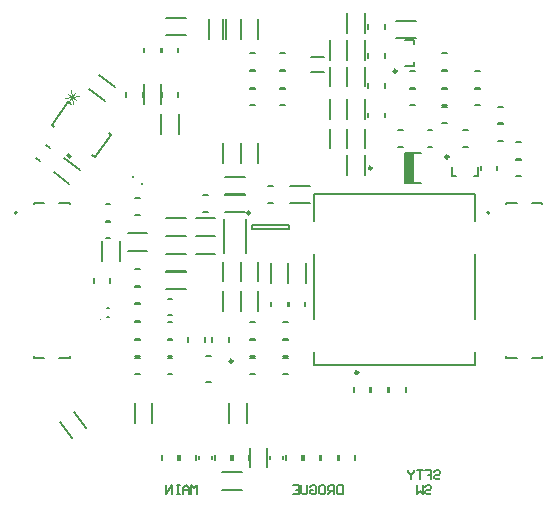
<source format=gbo>
G04*
G04 #@! TF.GenerationSoftware,Altium Limited,Altium Designer,24.4.1 (13)*
G04*
G04 Layer_Color=32896*
%FSLAX44Y44*%
%MOMM*%
G71*
G04*
G04 #@! TF.SameCoordinates,36E66750-E4A1-4D4F-82B0-1BBA9B0B1F2C*
G04*
G04*
G04 #@! TF.FilePolarity,Positive*
G04*
G01*
G75*
%ADD10C,0.2500*%
%ADD11C,0.1000*%
%ADD12C,0.2000*%
%ADD14C,0.1500*%
%ADD111C,0.1524*%
%ADD112C,0.0762*%
%ADD113R,0.7778X2.6000*%
G36*
X-186285Y107380D02*
X-187813Y105351D01*
X-184771Y103058D01*
X-183242Y105087D01*
X-186285Y107380D01*
D02*
G37*
D10*
X59200Y-78000D02*
G03*
X59200Y-78000I-1250J0D01*
G01*
X70750Y95000D02*
G03*
X70750Y95000I-1250J0D01*
G01*
X135750Y104500D02*
G03*
X135750Y104500I-1250J0D01*
G01*
X91750Y177000D02*
G03*
X91750Y177000I-1250J0D01*
G01*
X-47000Y-68500D02*
G03*
X-47000Y-68500I-1250J0D01*
G01*
X-32250Y57000D02*
G03*
X-32250Y57000I-1250J0D01*
G01*
D11*
X-159000Y-33500D02*
G03*
X-159000Y-33500I-500J0D01*
G01*
D12*
X170250Y57150D02*
G03*
X170250Y57150I-1000J0D01*
G01*
X-229750D02*
G03*
X-229750Y57150I-1000J0D01*
G01*
X-102000Y-15500D02*
X-98000D01*
X-102000Y-29500D02*
X-98000D01*
X-75250Y-151250D02*
Y-148750D01*
X-64750Y-151250D02*
Y-148750D01*
X-154500Y49500D02*
X-150500D01*
X-154500Y35500D02*
X-150500D01*
X130500Y192000D02*
X134500D01*
X130500Y178000D02*
X134500D01*
X22000Y50500D02*
Y73000D01*
Y-72000D02*
X158000D01*
X22000Y73000D02*
X158000D01*
X158000Y-32500D02*
Y22500D01*
X22000Y-72000D02*
Y-60500D01*
X158000Y-72000D02*
Y-60500D01*
X22000Y-32500D02*
Y22500D01*
X158000Y50500D02*
Y73000D01*
X-129500Y55500D02*
X-125500D01*
X-129500Y69500D02*
X-125500D01*
X103000Y162000D02*
X107000D01*
X103000Y148000D02*
X107000D01*
X-154500Y50500D02*
X-150500D01*
X-154500Y64500D02*
X-150500D01*
X-72000Y58000D02*
X-68000D01*
X-72000Y72000D02*
X-68000D01*
X-142638Y16638D02*
Y33362D01*
X-157362Y16638D02*
Y33362D01*
X-135862Y39862D02*
X-119138D01*
X-135862Y25138D02*
X-119138D01*
X14862Y-2154D02*
Y14571D01*
X138Y-2154D02*
Y14571D01*
X-138Y-2154D02*
Y14571D01*
X-14862Y-2154D02*
Y14571D01*
X99500Y-94500D02*
Y-90500D01*
X85500Y-94500D02*
Y-90500D01*
X70500Y-94500D02*
Y-90500D01*
X84500Y-94500D02*
Y-90500D01*
X-7000Y148000D02*
X-3000D01*
X-7000Y162000D02*
X-3000D01*
X-32000D02*
X-28000D01*
X-32000Y148000D02*
X-28000D01*
X-32000Y192000D02*
X-28000D01*
X-32000Y178000D02*
X-28000D01*
X-32000Y177000D02*
X-28000D01*
X-32000Y163000D02*
X-28000D01*
X-7000Y178000D02*
X-3000D01*
X-7000Y192000D02*
X-3000D01*
X-7000Y163000D02*
X-3000D01*
X-7000Y177000D02*
X-3000D01*
X68000Y138000D02*
Y142000D01*
X82000Y138000D02*
Y142000D01*
X68000Y163000D02*
Y167000D01*
X82000Y163000D02*
Y167000D01*
X-4500Y-65500D02*
X-500D01*
X-4500Y-79500D02*
X-500D01*
X-4500Y-64500D02*
X-500D01*
X-4500Y-50500D02*
X-500D01*
X500Y-22000D02*
Y-18000D01*
X14500Y-22000D02*
Y-18000D01*
X-500Y-22000D02*
Y-18000D01*
X-14500Y-22000D02*
Y-18000D01*
X130500Y162000D02*
X134500D01*
X130500Y148000D02*
X134500D01*
X130500Y133000D02*
X134500D01*
X130500Y147000D02*
X134500D01*
X118000Y113000D02*
X122000D01*
X118000Y127000D02*
X122000D01*
X93000Y113000D02*
X97000D01*
X93000Y127000D02*
X97000D01*
X99000Y82000D02*
X112350D01*
X99000D02*
Y108000D01*
X112350D01*
X148000Y127000D02*
X152000D01*
X148000Y113000D02*
X152000D01*
X163000Y93000D02*
Y97000D01*
X177000Y93000D02*
Y97000D01*
X139000Y88250D02*
Y96250D01*
Y88250D02*
X142500D01*
X161000D02*
Y96250D01*
X157500Y88250D02*
X161000D01*
X82000Y188000D02*
Y192000D01*
X68000Y188000D02*
Y192000D01*
X91638Y219862D02*
X108362D01*
X91638Y205138D02*
X108362D01*
X68000Y213000D02*
Y217000D01*
X82000Y213000D02*
Y217000D01*
X103000Y177000D02*
X107000D01*
X103000Y163000D02*
X107000D01*
X98750Y181500D02*
X106750D01*
Y185000D01*
X98750Y203500D02*
X106750D01*
Y200000D02*
Y203500D01*
X-107638Y149138D02*
Y165862D01*
X-122362Y149138D02*
Y165862D01*
X-107000Y155500D02*
Y159500D01*
X-93000Y155500D02*
Y159500D01*
X-123000Y155500D02*
Y159500D01*
X-137000Y155500D02*
Y159500D01*
X-103362Y222362D02*
X-86638D01*
X-103362Y207638D02*
X-86638D01*
X-108000Y193000D02*
Y197000D01*
X-122000Y193000D02*
Y197000D01*
X-93000Y193000D02*
Y197000D01*
X-107000Y193000D02*
Y197000D01*
X-193412Y-120252D02*
X-183347Y-133609D01*
X-181653Y-111391D02*
X-171588Y-124748D01*
X-93000Y-152000D02*
Y-148000D01*
X-107000Y-152000D02*
Y-148000D01*
X-32000Y-49500D02*
X-28000D01*
X-32000Y-35500D02*
X-28000D01*
X-102000D02*
X-98000D01*
X-102000Y-49500D02*
X-98000D01*
X-64500Y-52000D02*
Y-48000D01*
X-50500Y-52000D02*
Y-48000D01*
X-84500Y-52000D02*
Y-48000D01*
X-70500Y-52000D02*
Y-48000D01*
X130500Y163000D02*
X134500D01*
X130500Y177000D02*
X134500D01*
X158000Y163000D02*
X162000D01*
X158000Y177000D02*
X162000D01*
X158000Y148000D02*
X162000D01*
X158000Y162000D02*
X162000D01*
X178000Y133000D02*
X182000D01*
X178000Y147000D02*
X182000D01*
X193000Y88000D02*
X197000D01*
X193000Y102000D02*
X197000D01*
X178000Y118000D02*
X182000D01*
X178000Y132000D02*
X182000D01*
X193000Y103000D02*
X197000D01*
X193000Y117000D02*
X197000D01*
X-4500Y-49500D02*
X-500D01*
X-4500Y-35500D02*
X-500D01*
X-102000Y-50500D02*
X-98000D01*
X-102000Y-64500D02*
X-98000D01*
X-32000Y-64500D02*
X-28000D01*
X-32000Y-50500D02*
X-28000D01*
X28000Y-152000D02*
Y-148000D01*
X42000Y-152000D02*
Y-148000D01*
X-92000Y-152000D02*
Y-148000D01*
X-78000Y-152000D02*
Y-148000D01*
X-32000Y-79500D02*
X-28000D01*
X-32000Y-65500D02*
X-28000D01*
X57000Y-152000D02*
Y-148000D01*
X43000Y-152000D02*
Y-148000D01*
X-102000Y-79500D02*
X-98000D01*
X-102000Y-65500D02*
X-98000D01*
X-129500D02*
X-125500D01*
X-129500Y-79500D02*
X-125500D01*
X-69250Y-64000D02*
X-65750D01*
X-69250Y-86000D02*
X-65750D01*
X19750Y176250D02*
X30250D01*
X19750Y188750D02*
X30250D01*
X64862Y209138D02*
Y225862D01*
X50138Y209138D02*
Y225862D01*
X64862Y186638D02*
Y203362D01*
X50138Y186638D02*
Y203362D01*
X49862Y186638D02*
Y203362D01*
X35138Y186638D02*
Y203362D01*
X50138Y164138D02*
Y180862D01*
X64862Y164138D02*
Y180862D01*
X35138Y164138D02*
Y180862D01*
X49862Y164138D02*
Y180862D01*
Y136638D02*
Y153362D01*
X35138Y136638D02*
Y153362D01*
X64862Y136638D02*
Y153362D01*
X50138Y136638D02*
Y153362D01*
X49862Y111638D02*
Y128362D01*
X35138Y111638D02*
Y128362D01*
X64862Y111638D02*
Y128362D01*
X50138Y111638D02*
Y128362D01*
X64862Y89138D02*
Y105862D01*
X50138Y89138D02*
Y105862D01*
X-53362Y87362D02*
X-36638D01*
X-53362Y72638D02*
X-36638D01*
X-52638Y204138D02*
Y220862D01*
X-67362Y204138D02*
Y220862D01*
X-40138Y204138D02*
Y220862D01*
X-54862Y204138D02*
Y220862D01*
X-25138Y204138D02*
Y220862D01*
X-39862Y204138D02*
Y220862D01*
X-40138Y99138D02*
Y115862D01*
X-54862Y99138D02*
Y115862D01*
X-25134Y99135D02*
Y115859D01*
X-39859Y99135D02*
Y115859D01*
X-123657Y81791D02*
X-123356Y82191D01*
X-131644Y87809D02*
X-131343Y88209D01*
X-159748Y173412D02*
X-146391Y163347D01*
X-168609Y161653D02*
X-155252Y151588D01*
X-204885Y114294D02*
X-201690Y111887D01*
X-213310Y103113D02*
X-210115Y100706D01*
X-107362Y124138D02*
Y140862D01*
X-92638Y124138D02*
Y140862D01*
X-198609Y91653D02*
X-185252Y81587D01*
X-189748Y103412D02*
X-176391Y93347D01*
X-17000Y79500D02*
X-13000D01*
X-17000Y65500D02*
X-13000D01*
X1638Y79862D02*
X18362D01*
X1638Y65138D02*
X18362D01*
X-53362Y57638D02*
X-36638D01*
X-53362Y72362D02*
X-36638D01*
X-30500Y43500D02*
Y46500D01*
X500Y43500D02*
Y46500D01*
X-30500D02*
X500D01*
X-30500Y43500D02*
X500D01*
X-35939Y23439D02*
Y51561D01*
X-54061Y23439D02*
Y51561D01*
X-103362Y22362D02*
X-86638D01*
X-103362Y7638D02*
X-86638D01*
X-103362Y7362D02*
X-86638D01*
X-103362Y-7362D02*
X-86638D01*
X-103362Y37638D02*
X-86638D01*
X-103362Y52362D02*
X-86638D01*
X-103362Y22638D02*
X-86638D01*
X-103362Y37362D02*
X-86638D01*
X-78362D02*
X-61638D01*
X-78362Y22638D02*
X-61638D01*
X-78362Y52362D02*
X-61638D01*
X-78362Y37638D02*
X-61638D01*
X-39862Y-862D02*
Y15862D01*
X-25138Y-862D02*
Y15862D01*
X-54862Y-862D02*
Y15862D01*
X-40138Y-862D02*
Y15862D01*
Y-25862D02*
Y-9138D01*
X-54862Y-25862D02*
Y-9138D01*
X-25138Y-25862D02*
Y-9138D01*
X-39862Y-25862D02*
Y-9138D01*
X-129500Y-35500D02*
X-125500D01*
X-129500Y-49500D02*
X-125500D01*
X-153240Y-23500D02*
X-151760D01*
X-153240Y-31498D02*
X-151760D01*
X-129500Y-64500D02*
X-125500D01*
X-129500Y-50500D02*
X-125500D01*
X-129500Y-34500D02*
X-125500D01*
X-129500Y-20500D02*
X-125500D01*
X-164500Y-2000D02*
Y2000D01*
X-150500Y-2000D02*
Y2000D01*
X-129500Y9500D02*
X-125500D01*
X-129500Y-4500D02*
X-125500D01*
X-129500Y-5500D02*
X-125500D01*
X-129500Y-19500D02*
X-125500D01*
X55500Y-94500D02*
Y-90500D01*
X69500Y-94500D02*
Y-90500D01*
X-17638Y-158362D02*
Y-141638D01*
X-32362Y-158362D02*
Y-141638D01*
X13000Y-152000D02*
Y-148000D01*
X27000Y-152000D02*
Y-148000D01*
X12000Y-152000D02*
Y-148000D01*
X-2000Y-152000D02*
Y-148000D01*
X-47000Y-152000D02*
Y-148000D01*
X-33000Y-152000D02*
Y-148000D01*
X-55862Y-177362D02*
X-39138D01*
X-55862Y-162638D02*
X-39138D01*
X-48000Y-152000D02*
Y-148000D01*
X-62000Y-152000D02*
Y-148000D01*
X-35138Y-120862D02*
Y-104138D01*
X-49862Y-120862D02*
Y-104138D01*
X-115138Y-120862D02*
Y-104138D01*
X-129862Y-120862D02*
Y-104138D01*
X-4750Y-151250D02*
Y-148750D01*
X-15250Y-151250D02*
Y-148750D01*
X215250Y-65400D02*
Y-64350D01*
Y64350D02*
Y65400D01*
X184750Y-65400D02*
Y-64350D01*
Y64350D02*
Y65400D01*
X193650D01*
X184750Y-65400D02*
X193650D01*
X206350Y65400D02*
X215250D01*
X206350Y-65400D02*
X215250D01*
X-184750D02*
Y-64350D01*
Y64350D02*
Y65400D01*
X-215250Y-65400D02*
Y-64350D01*
Y64350D02*
Y65400D01*
X-206350D01*
X-215250Y-65400D02*
X-206350D01*
X-193650Y65400D02*
X-184750D01*
X-193650Y-65400D02*
X-184750D01*
D14*
X46243Y-173502D02*
Y-181000D01*
X42494D01*
X41245Y-179750D01*
Y-174752D01*
X42494Y-173502D01*
X46243D01*
X38746Y-181000D02*
Y-173502D01*
X34997D01*
X33747Y-174752D01*
Y-177251D01*
X34997Y-178501D01*
X38746D01*
X36246D02*
X33747Y-181000D01*
X27499Y-173502D02*
X29998D01*
X31248Y-174752D01*
Y-179750D01*
X29998Y-181000D01*
X27499D01*
X26250Y-179750D01*
Y-174752D01*
X27499Y-173502D01*
X18752Y-174752D02*
X20002Y-173502D01*
X22501D01*
X23750Y-174752D01*
Y-179750D01*
X22501Y-181000D01*
X20002D01*
X18752Y-179750D01*
Y-177251D01*
X21251D01*
X16253Y-173502D02*
Y-179750D01*
X15003Y-181000D01*
X12504D01*
X11254Y-179750D01*
Y-173502D01*
X3757D02*
X8755D01*
Y-181000D01*
X3757D01*
X8755Y-177251D02*
X6256D01*
X-76879Y-181000D02*
Y-173502D01*
X-79378Y-176002D01*
X-81878Y-173502D01*
Y-181000D01*
X-84377D02*
Y-176002D01*
X-86876Y-173502D01*
X-89375Y-176002D01*
Y-181000D01*
Y-177251D01*
X-84377D01*
X-91874Y-173502D02*
X-94374D01*
X-93124D01*
Y-181000D01*
X-91874D01*
X-94374D01*
X-98122D02*
Y-173502D01*
X-103121Y-181000D01*
Y-173502D01*
X123747Y-162155D02*
X124997Y-160905D01*
X127496D01*
X128746Y-162155D01*
Y-163405D01*
X127496Y-164654D01*
X124997D01*
X123747Y-165904D01*
Y-167153D01*
X124997Y-168403D01*
X127496D01*
X128746Y-167153D01*
X116250Y-160905D02*
X121248D01*
Y-164654D01*
X118749D01*
X121248D01*
Y-168403D01*
X113750Y-160905D02*
X108752D01*
X111251D01*
Y-168403D01*
X106253Y-160905D02*
Y-162155D01*
X103754Y-164654D01*
X101254Y-162155D01*
Y-160905D01*
X103754Y-164654D02*
Y-168403D01*
X116250Y-174752D02*
X117499Y-173502D01*
X119998D01*
X121248Y-174752D01*
Y-176002D01*
X119998Y-177251D01*
X117499D01*
X116250Y-178501D01*
Y-179750D01*
X117499Y-181000D01*
X119998D01*
X121248Y-179750D01*
X113750Y-173502D02*
Y-181000D01*
X111251Y-178501D01*
X108752Y-181000D01*
Y-173502D01*
D111*
X-200263Y131748D02*
X-197965Y130016D01*
X-163953Y104386D02*
X-149737Y123252D01*
X-166251Y106118D02*
X-163953Y104386D01*
X-200263Y131748D02*
X-186047Y150614D01*
X-183749Y148882D01*
X-152035Y124984D02*
X-149737Y123252D01*
D112*
X-184126Y160854D02*
X-182460Y149001D01*
X-177367Y155760D02*
X-189220Y154095D01*
X-180747Y158307D02*
X-185840Y151548D01*
X-179914Y152381D02*
X-186673Y157474D01*
D113*
X102889Y95001D02*
D03*
M02*

</source>
